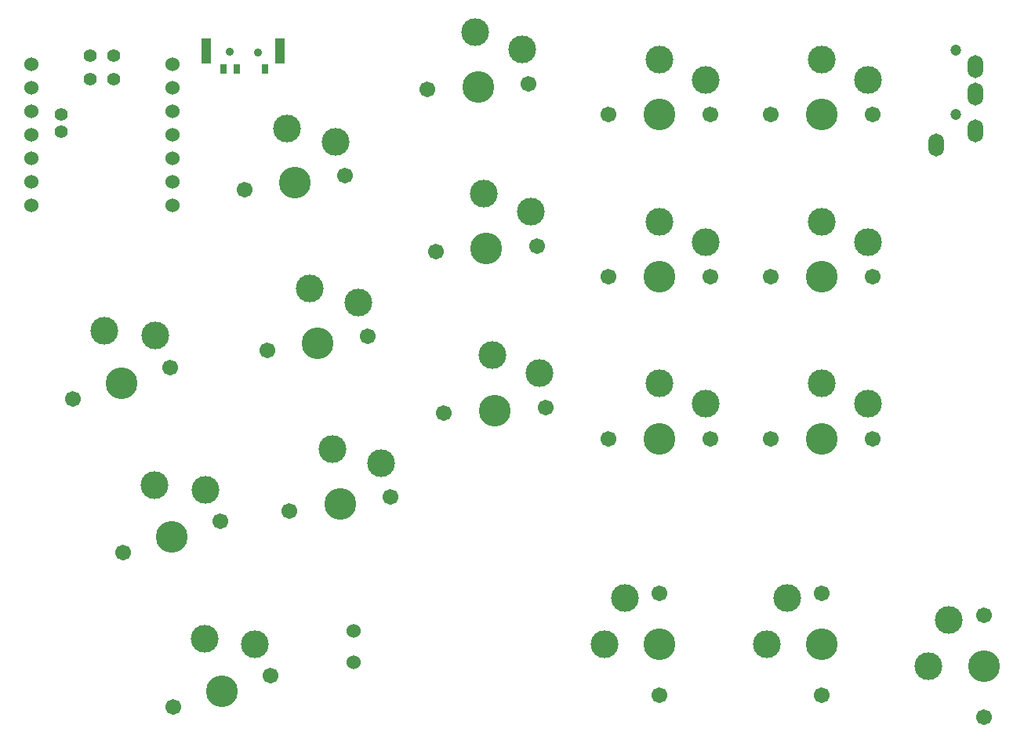
<source format=gts>
G04 #@! TF.GenerationSoftware,KiCad,Pcbnew,8.0.7*
G04 #@! TF.CreationDate,2024-12-21T19:43:24+01:00*
G04 #@! TF.ProjectId,mint36tt_rev02_L,6d696e74-3336-4747-945f-72657630325f,0.2*
G04 #@! TF.SameCoordinates,Original*
G04 #@! TF.FileFunction,Soldermask,Top*
G04 #@! TF.FilePolarity,Negative*
%FSLAX46Y46*%
G04 Gerber Fmt 4.6, Leading zero omitted, Abs format (unit mm)*
G04 Created by KiCad (PCBNEW 8.0.7) date 2024-12-21 19:43:24*
%MOMM*%
%LPD*%
G01*
G04 APERTURE LIST*
%ADD10C,1.524000*%
%ADD11C,1.701800*%
%ADD12C,3.000000*%
%ADD13C,3.429000*%
%ADD14C,1.397000*%
%ADD15C,0.900000*%
%ADD16R,0.700000X1.000000*%
%ADD17R,1.000000X2.800000*%
%ADD18C,1.200000*%
%ADD19O,1.700000X2.500000*%
G04 APERTURE END LIST*
D10*
X128990000Y-121715000D03*
X128990000Y-118315000D03*
D11*
X109499052Y-126511285D03*
D12*
X112891212Y-119152906D03*
X112891212Y-119152906D03*
D13*
X114729863Y-124811692D03*
D12*
X118326332Y-119700145D03*
D11*
X119960674Y-123112099D03*
X119607598Y-87991113D03*
D12*
X124225992Y-81333566D03*
X124225992Y-81333566D03*
D13*
X125054072Y-87225661D03*
D12*
X129483513Y-82816290D03*
D11*
X130500546Y-86460209D03*
X156490000Y-97515000D03*
D12*
X161990000Y-91565000D03*
X161990000Y-91565000D03*
D13*
X161990000Y-97515000D03*
D12*
X166990000Y-93765000D03*
D11*
X167490000Y-97515000D03*
X122043127Y-105320804D03*
D12*
X126661521Y-98663257D03*
X126661521Y-98663257D03*
D13*
X127489601Y-104555352D03*
D12*
X131919042Y-100145981D03*
D11*
X132936075Y-103789900D03*
X104091255Y-109867796D03*
D12*
X107483415Y-102509417D03*
X107483415Y-102509417D03*
D13*
X109322066Y-108168203D03*
D12*
X112918535Y-103056656D03*
D11*
X114552877Y-106468610D03*
X173990000Y-62515000D03*
D12*
X179490000Y-56565000D03*
X179490000Y-56565000D03*
D13*
X179490000Y-62515000D03*
D12*
X184490000Y-58765000D03*
D11*
X184990000Y-62515000D03*
D10*
X94170000Y-57095000D03*
X94170000Y-59635000D03*
X94170000Y-62175000D03*
X94170000Y-64715000D03*
X94170000Y-67255000D03*
X94170000Y-69795000D03*
X94170000Y-72335000D03*
X109410000Y-72335000D03*
X109410000Y-69795000D03*
X109410000Y-67255000D03*
X109410000Y-64715000D03*
X109410000Y-62175000D03*
X109410000Y-59635000D03*
X109410000Y-57095000D03*
D14*
X100520000Y-56143000D03*
X103060000Y-56143000D03*
X100520000Y-58683000D03*
X103060000Y-58683000D03*
X97345000Y-64398000D03*
X97345000Y-62493000D03*
D11*
X161990000Y-125265000D03*
D12*
X156040000Y-119765000D03*
X156040000Y-119765000D03*
D13*
X161990000Y-119765000D03*
D12*
X158240000Y-114765000D03*
D11*
X161990000Y-114265000D03*
X156490000Y-80015000D03*
D12*
X161990000Y-74065000D03*
X161990000Y-74065000D03*
D13*
X161990000Y-80015000D03*
D12*
X166990000Y-76265000D03*
D11*
X167490000Y-80015000D03*
X117172069Y-70661422D03*
D12*
X121790463Y-64003875D03*
X121790463Y-64003875D03*
D13*
X122618543Y-69895970D03*
D12*
X127047984Y-65486599D03*
D11*
X128065017Y-69130518D03*
D15*
X115615000Y-55720000D03*
X118615000Y-55770000D03*
D16*
X119365000Y-57570000D03*
X116365000Y-57570000D03*
X114865000Y-57570000D03*
D17*
X120965000Y-55670000D03*
X113015000Y-55670000D03*
D18*
X193990000Y-55515000D03*
X193990000Y-62515000D03*
D19*
X191890000Y-65815000D03*
X196090000Y-57315000D03*
X196090000Y-60315000D03*
X196090000Y-64315000D03*
D11*
X98683457Y-93224306D03*
D12*
X102075617Y-85865927D03*
X102075617Y-85865927D03*
D13*
X103914268Y-91524713D03*
D12*
X107510737Y-86413166D03*
D11*
X109145079Y-89825120D03*
X173990000Y-80015000D03*
D12*
X179490000Y-74065000D03*
X179490000Y-74065000D03*
D13*
X179490000Y-80015000D03*
D12*
X184490000Y-76265000D03*
D11*
X184990000Y-80015000D03*
X136897669Y-59800528D03*
D12*
X142078732Y-53570834D03*
X142078732Y-53570834D03*
D13*
X142390131Y-59512680D03*
D12*
X147187019Y-55506139D03*
D11*
X147882593Y-59224832D03*
X179490000Y-125265000D03*
D12*
X173540000Y-119765000D03*
X173540000Y-119765000D03*
D13*
X179490000Y-119765000D03*
D12*
X175740000Y-114765000D03*
D11*
X179490000Y-114265000D03*
X138729427Y-94752562D03*
D12*
X143910490Y-88522868D03*
X143910490Y-88522868D03*
D13*
X144221889Y-94464714D03*
D12*
X149018777Y-90458173D03*
D11*
X149714351Y-94176866D03*
X196990000Y-127640000D03*
D12*
X191040000Y-122140000D03*
X191040000Y-122140000D03*
D13*
X196990000Y-122140000D03*
D12*
X193240000Y-117140000D03*
D11*
X196990000Y-116640000D03*
X156490000Y-62515000D03*
D12*
X161990000Y-56565000D03*
X161990000Y-56565000D03*
D13*
X161990000Y-62515000D03*
D12*
X166990000Y-58765000D03*
D11*
X167490000Y-62515000D03*
X137813548Y-77276545D03*
D12*
X142994611Y-71046851D03*
X142994611Y-71046851D03*
D13*
X143306010Y-76988697D03*
D12*
X148102898Y-72982156D03*
D11*
X148798472Y-76700849D03*
X173990000Y-97515000D03*
D12*
X179490000Y-91565000D03*
X179490000Y-91565000D03*
D13*
X179490000Y-97515000D03*
D12*
X184490000Y-93765000D03*
D11*
X184990000Y-97515000D03*
M02*

</source>
